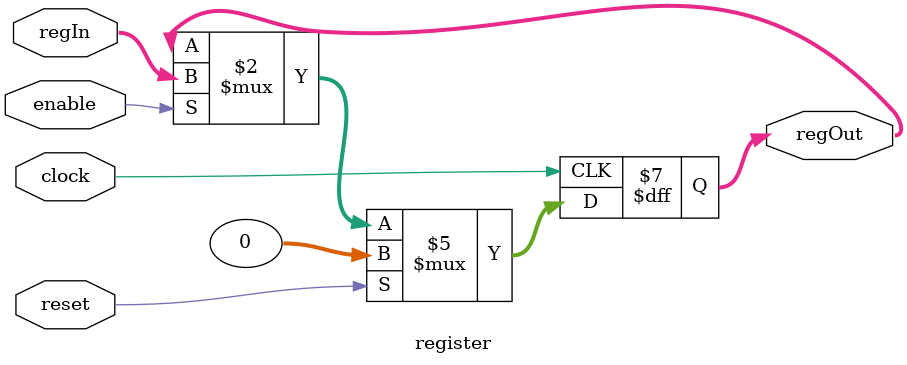
<source format=v>
module register  #(parameter integer size = 32)(clock, reset, enable, regIn, regOut);
    input clock , reset, enable;
    input [size - 1:0] regIn;
    output reg [size - 1: 0] regOut;
    
    always @(posedge clock) begin
      if (reset) regOut <= 0;
      else if ( enable) regOut <= regIn;        
    end
endmodule
</source>
